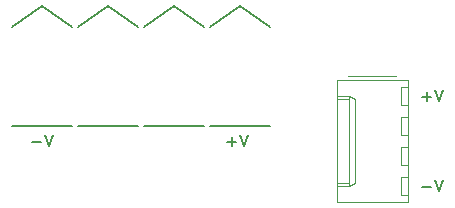
<source format=gto>
%TF.GenerationSoftware,KiCad,Pcbnew,(5.1.8-0-10_14)*%
%TF.CreationDate,2021-07-08T18:54:03+01:00*%
%TF.ProjectId,4u-mini-boat-power-connection,34752d6d-696e-4692-9d62-6f61742d706f,rev?*%
%TF.SameCoordinates,Original*%
%TF.FileFunction,Legend,Top*%
%TF.FilePolarity,Positive*%
%FSLAX46Y46*%
G04 Gerber Fmt 4.6, Leading zero omitted, Abs format (unit mm)*
G04 Created by KiCad (PCBNEW (5.1.8-0-10_14)) date 2021-07-08 18:54:03*
%MOMM*%
%LPD*%
G01*
G04 APERTURE LIST*
%ADD10C,0.150000*%
%ADD11C,0.120000*%
%ADD12C,0.203200*%
G04 APERTURE END LIST*
D10*
X137620476Y-88971428D02*
X138382380Y-88971428D01*
X138715714Y-88352380D02*
X139049047Y-89352380D01*
X139382380Y-88352380D01*
X154130476Y-88971428D02*
X154892380Y-88971428D01*
X154511428Y-89352380D02*
X154511428Y-88590476D01*
X155225714Y-88352380D02*
X155559047Y-89352380D01*
X155892380Y-88352380D01*
X170640476Y-92781428D02*
X171402380Y-92781428D01*
X171735714Y-92162380D02*
X172069047Y-93162380D01*
X172402380Y-92162380D01*
X170640476Y-85161428D02*
X171402380Y-85161428D01*
X171021428Y-85542380D02*
X171021428Y-84780476D01*
X171735714Y-84542380D02*
X172069047Y-85542380D01*
X172402380Y-84542380D01*
D11*
%TO.C,J2*%
X168800000Y-93510000D02*
X169400000Y-93510000D01*
X168800000Y-91910000D02*
X168800000Y-93510000D01*
X169400000Y-91910000D02*
X168800000Y-91910000D01*
X168800000Y-90970000D02*
X169400000Y-90970000D01*
X168800000Y-89370000D02*
X168800000Y-90970000D01*
X169400000Y-89370000D02*
X168800000Y-89370000D01*
X168800000Y-88430000D02*
X169400000Y-88430000D01*
X168800000Y-86830000D02*
X168800000Y-88430000D01*
X169400000Y-86830000D02*
X168800000Y-86830000D01*
X168800000Y-85890000D02*
X169400000Y-85890000D01*
X168800000Y-84290000D02*
X168800000Y-85890000D01*
X169400000Y-84290000D02*
X168800000Y-84290000D01*
X163380000Y-92460000D02*
X164380000Y-92460000D01*
X163380000Y-85340000D02*
X164380000Y-85340000D01*
X164910000Y-92460000D02*
X164380000Y-92710000D01*
X164910000Y-85340000D02*
X164910000Y-92460000D01*
X164380000Y-85090000D02*
X164910000Y-85340000D01*
X164380000Y-92710000D02*
X163380000Y-92710000D01*
X164380000Y-85090000D02*
X164380000Y-92710000D01*
X163380000Y-85090000D02*
X164380000Y-85090000D01*
X168370000Y-83420000D02*
X164370000Y-83420000D01*
X169400000Y-94090000D02*
X169400000Y-83710000D01*
X163380000Y-94090000D02*
X169400000Y-94090000D01*
X163380000Y-83710000D02*
X163380000Y-94090000D01*
X169400000Y-83710000D02*
X163380000Y-83710000D01*
D12*
%TO.C,J1*%
X138430000Y-77470000D02*
X135890000Y-79248000D01*
X140970000Y-79248000D02*
X138430000Y-77470000D01*
X144018000Y-77470000D02*
X141478000Y-79248000D01*
X146558000Y-79248000D02*
X144018000Y-77470000D01*
X149606000Y-77470000D02*
X147066000Y-79248000D01*
X152146000Y-79248000D02*
X149606000Y-77470000D01*
X155194000Y-77470000D02*
X157734000Y-79248000D01*
X155194000Y-77470000D02*
X152654000Y-79248000D01*
X147066000Y-87630000D02*
X152146000Y-87630000D01*
X152654000Y-87630000D02*
X157734000Y-87630000D01*
X135890000Y-87630000D02*
X140970000Y-87630000D01*
X141478000Y-87630000D02*
X146558000Y-87630000D01*
%TD*%
M02*

</source>
